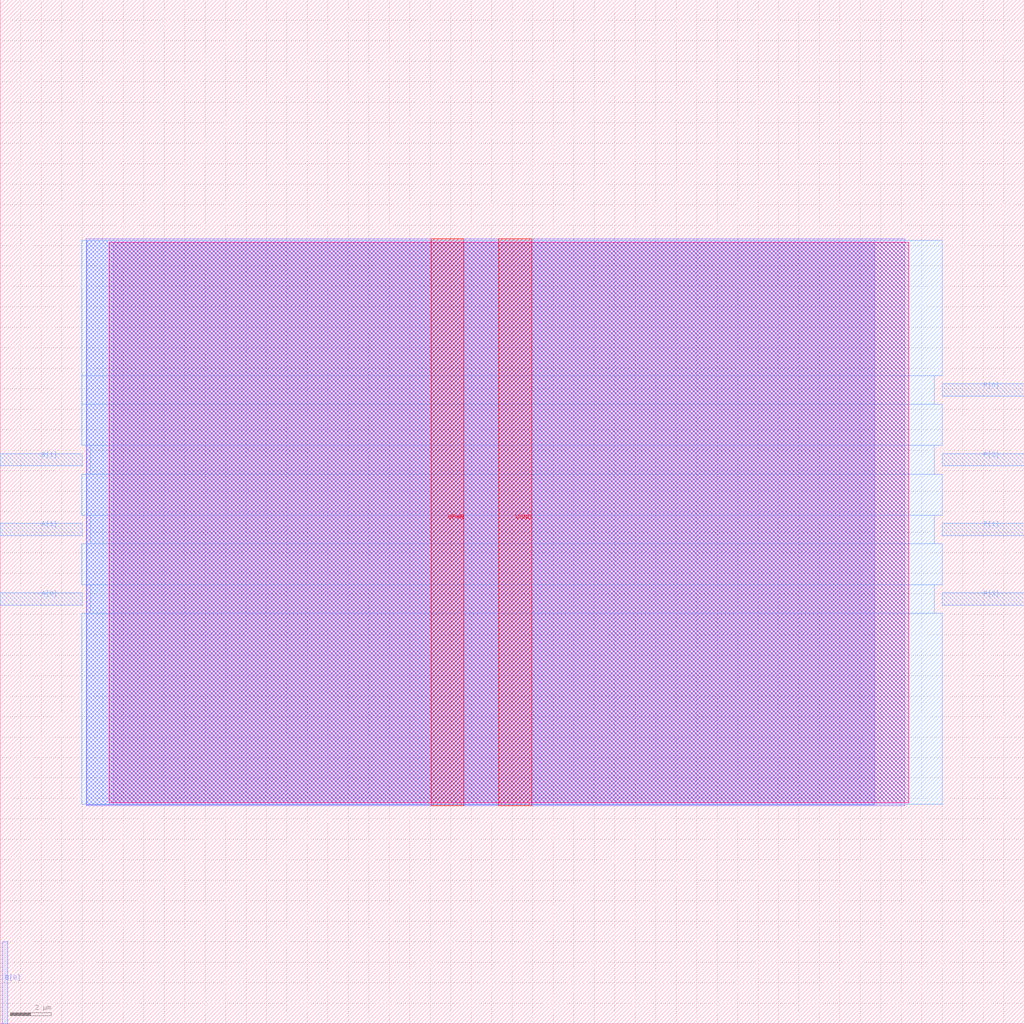
<source format=lef>
VERSION 5.7 ;
  NOWIREEXTENSIONATPIN ON ;
  DIVIDERCHAR "/" ;
  BUSBITCHARS "[]" ;
MACRO SarsaNada_e8
  CLASS BLOCK ;
  FOREIGN SarsaNada_e8 ;
  ORIGIN 0.000 0.000 ;
  SIZE 50.000 BY 50.000 ;
  PIN A[0]
    DIRECTION INPUT ;
    USE SIGNAL ;
    ANTENNAGATEAREA 0.196500 ;
    PORT
      LAYER met3 ;
        RECT 0.000 20.440 4.000 21.040 ;
    END
  END A[0]
  PIN A[1]
    DIRECTION INPUT ;
    USE SIGNAL ;
    ANTENNAGATEAREA 0.196500 ;
    PORT
      LAYER met3 ;
        RECT 0.000 23.840 4.000 24.440 ;
    END
  END A[1]
  PIN B[0]
    DIRECTION INPUT ;
    USE SIGNAL ;
    PORT
      LAYER met2 ;
        RECT 0.090 0.000 0.370 4.000 ;
    END
  END B[0]
  PIN B[1]
    DIRECTION INPUT ;
    USE SIGNAL ;
    ANTENNAGATEAREA 0.196500 ;
    PORT
      LAYER met3 ;
        RECT 0.000 27.240 4.000 27.840 ;
    END
  END B[1]
  PIN P[0]
    DIRECTION OUTPUT ;
    USE SIGNAL ;
    PORT
      LAYER met3 ;
        RECT 46.000 30.640 50.000 31.240 ;
    END
  END P[0]
  PIN P[1]
    DIRECTION OUTPUT ;
    USE SIGNAL ;
    ANTENNADIFFAREA 0.445500 ;
    PORT
      LAYER met3 ;
        RECT 46.000 23.840 50.000 24.440 ;
    END
  END P[1]
  PIN P[2]
    DIRECTION OUTPUT ;
    USE SIGNAL ;
    ANTENNADIFFAREA 0.445500 ;
    PORT
      LAYER met3 ;
        RECT 46.000 27.240 50.000 27.840 ;
    END
  END P[2]
  PIN P[3]
    DIRECTION OUTPUT ;
    USE SIGNAL ;
    PORT
      LAYER met3 ;
        RECT 46.000 20.440 50.000 21.040 ;
    END
  END P[3]
  PIN VGND
    DIRECTION INOUT ;
    USE GROUND ;
    PORT
      LAYER met4 ;
        RECT 24.340 10.640 25.940 38.320 ;
    END
  END VGND
  PIN VPWR
    DIRECTION INOUT ;
    USE POWER ;
    PORT
      LAYER met4 ;
        RECT 21.040 10.640 22.640 38.320 ;
    END
  END VPWR
  OBS
      LAYER nwell ;
        RECT 5.330 10.795 44.350 38.165 ;
      LAYER li1 ;
        RECT 5.520 10.795 44.160 38.165 ;
      LAYER met1 ;
        RECT 4.210 10.640 44.160 38.320 ;
      LAYER met2 ;
        RECT 4.230 10.695 42.690 38.265 ;
      LAYER met3 ;
        RECT 3.990 31.640 46.000 38.245 ;
        RECT 3.990 30.240 45.600 31.640 ;
        RECT 3.990 28.240 46.000 30.240 ;
        RECT 4.400 26.840 45.600 28.240 ;
        RECT 3.990 24.840 46.000 26.840 ;
        RECT 4.400 23.440 45.600 24.840 ;
        RECT 3.990 21.440 46.000 23.440 ;
        RECT 4.400 20.040 45.600 21.440 ;
        RECT 3.990 10.715 46.000 20.040 ;
  END
END SarsaNada_e8
END LIBRARY


</source>
